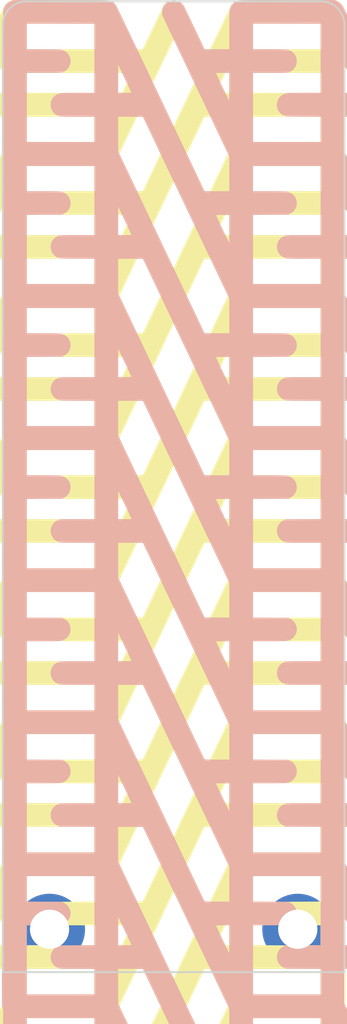
<source format=kicad_pcb>
(kicad_pcb (version 20241229) (generator "pcbnew") (generator_version "9.0")
  (layers (0 "F.Cu" signal) (2 "B.Cu" signal) (13 "F.Paste" user) (15 "B.Paste" user) (5 "F.SilkS" user "F.Silkscreen") (7 "B.SilkS" user "B.Silkscreen") (1 "F.Mask" user) (3 "B.Mask" user) (25 "Edge.Cuts" user))
  (net 0 "")
  (footprint "LOGO" (layer "F.Cu") (at 112.5941 80.3896)
    (property "Reference" "G***" (hide yes))
    (property "Value" "LOGO" (hide yes))
  )
  (footprint "LOGO" (layer "B.Cu") (at 112.7141 80.3896 180)
    (property "Reference" "G***" (hide yes))
    (property "Value" "LOGO" (hide yes))
  )
  (footprint "enki_lib:HOLE" (layer "B.Cu") (at 119.3041 102.7591)
    (property "Reference" "H9" (hide yes))
    (property "Value" "Hole" (hide yes))
    (pad "" np_thru_hole circle (at 0 0) (size 3.8 3.8) (drill 2.1) (layers "*.Cu" "*.Mask"))
  )
  (footprint "enki_lib:HOLE" (layer "B.Cu") (at 106.0041 102.7591)
    (property "Reference" "H8" (hide yes))
    (property "Value" "Hole" (hide yes))
    (pad "" np_thru_hole circle (at 0 0) (size 3.8 3.8) (drill 2.1) (layers "*.Cu" "*.Mask"))
  )
  (gr_line (start 121.8041 54.3001) (end 121.8041 105.0591) (stroke (width 0.1)) (layer "Edge.Cuts"))
  (gr_arc (start 103.5041 54.3001) (mid 103.870187 53.416187) (end 104.7541 53.0501) (stroke (width 0.1)) (layer "Edge.Cuts"))
  (gr_line (start 103.5041 105.0591) (end 121.8041 105.0591) (stroke (width 0.1)) (layer "Edge.Cuts"))
  (gr_line (start 103.5041 105.0591) (end 103.5041 54.3001) (stroke (width 0.1)) (layer "Edge.Cuts"))
  (gr_arc (start 120.5541 53.0501) (mid 121.438013 53.416187) (end 121.8041 54.3001) (stroke (width 0.1)) (layer "Edge.Cuts"))
  (gr_line (start 104.7541 53.0501) (end 120.5541 53.0501) (stroke (width 0.1)) (layer "Edge.Cuts"))
)
</source>
